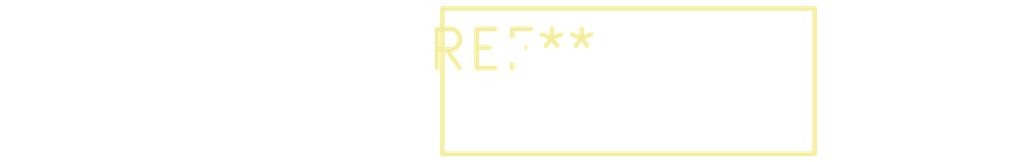
<source format=kicad_pcb>
(kicad_pcb (version 20240108) (generator pcbnew)
  (layers (0 "F.Cu" signal) (31 "B.Cu" signal) (34 "B.Paste" user) (35 "F.Paste" user) (36 "B.SilkS" user "B.Silkscreen") (37 "F.SilkS" user "F.Silkscreen") (38 "B.Mask" user) (39 "F.Mask" user) (44 "Edge.Cuts" user))
  (net 0 "")
  (footprint "RV_Disc_D12mm_W4.7mm_P7.5mm" (layer "F.Cu") (at 0 0)
    (property "Reference" "REF**")
    (property "Value" "RV_Disc_D12mm_W4.7mm_P7.5mm")
    (fp_line (start -2.25 -1.35) (end -2.25 3.35) (layer "F.SilkS") (stroke (width 0.15)))
    (fp_line (start -2.25 -1.35) (end 9.75 -1.35) (layer "F.SilkS") (stroke (width 0.15)))
    (fp_line (start -2.25 3.35) (end 9.75 3.35) (layer "F.SilkS") (stroke (width 0.15)))
    (fp_line (start 9.75 -1.35) (end 9.75 3.35) (layer "F.SilkS") (stroke (width 0.15)))
    (pad "1" thru_hole circle (at 0 0) (size 1.8 1.8) (drill 0.8) (layers *.Cu *.Mask) (remove_unused_layers))
    (pad "2" thru_hole circle (at 7.5 2) (size 1.8 1.8) (drill 0.8) (layers *.Cu *.Mask) (remove_unused_layers))
  )
)
</source>
